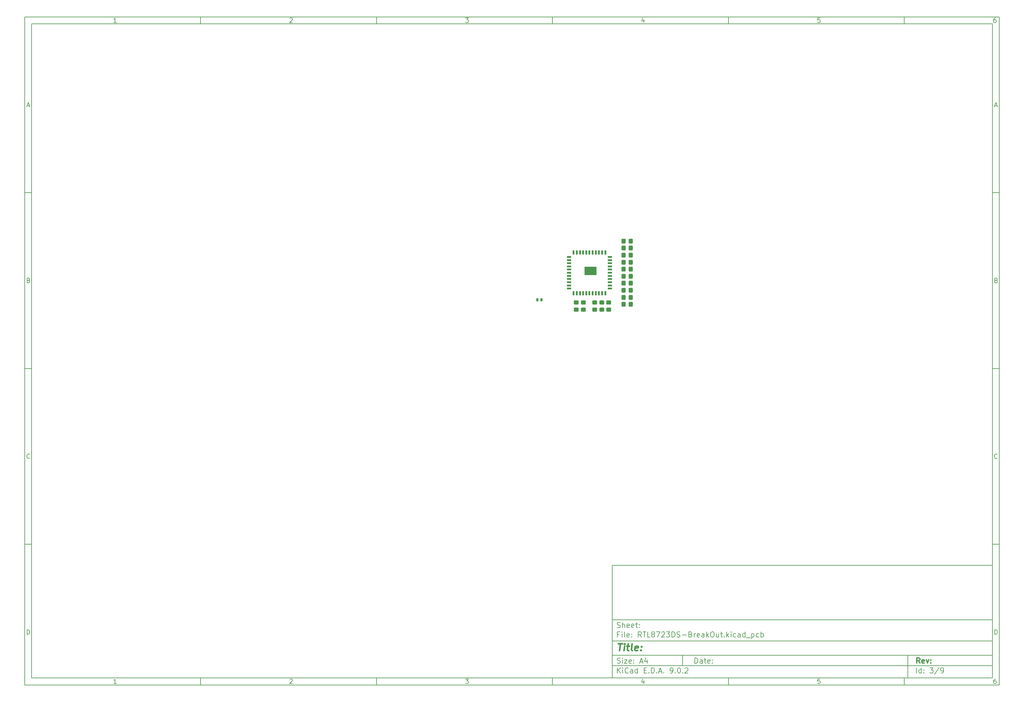
<source format=gtp>
G04 #@! TF.GenerationSoftware,KiCad,Pcbnew,9.0.2*
G04 #@! TF.CreationDate,2025-07-17T00:51:24+08:00*
G04 #@! TF.ProjectId,RTL8723DS-BreakOut,52544c38-3732-4334-9453-2d427265616b,rev?*
G04 #@! TF.SameCoordinates,Original*
G04 #@! TF.FileFunction,Paste,Top*
G04 #@! TF.FilePolarity,Positive*
%FSLAX45Y45*%
G04 Gerber Fmt 4.5, Leading zero omitted, Abs format (unit mm)*
G04 Created by KiCad (PCBNEW 9.0.2) date 2025-07-17 00:51:24*
%MOMM*%
%LPD*%
G01*
G04 APERTURE LIST*
G04 Aperture macros list*
%AMRoundRect*
0 Rectangle with rounded corners*
0 $1 Rounding radius*
0 $2 $3 $4 $5 $6 $7 $8 $9 X,Y pos of 4 corners*
0 Add a 4 corners polygon primitive as box body*
4,1,4,$2,$3,$4,$5,$6,$7,$8,$9,$2,$3,0*
0 Add four circle primitives for the rounded corners*
1,1,$1+$1,$2,$3*
1,1,$1+$1,$4,$5*
1,1,$1+$1,$6,$7*
1,1,$1+$1,$8,$9*
0 Add four rect primitives between the rounded corners*
20,1,$1+$1,$2,$3,$4,$5,0*
20,1,$1+$1,$4,$5,$6,$7,0*
20,1,$1+$1,$6,$7,$8,$9,0*
20,1,$1+$1,$8,$9,$2,$3,0*%
G04 Aperture macros list end*
%ADD10C,0.100000*%
%ADD11C,0.150000*%
%ADD12C,0.300000*%
%ADD13C,0.400000*%
%ADD14RoundRect,0.250000X-0.325000X-0.450000X0.325000X-0.450000X0.325000X0.450000X-0.325000X0.450000X0*%
%ADD15RoundRect,0.250000X0.450000X-0.325000X0.450000X0.325000X-0.450000X0.325000X-0.450000X-0.325000X0*%
%ADD16RoundRect,0.250000X0.325000X0.450000X-0.325000X0.450000X-0.325000X-0.450000X0.325000X-0.450000X0*%
%ADD17RoundRect,0.075000X-0.175000X-0.525000X0.175000X-0.525000X0.175000X0.525000X-0.175000X0.525000X0*%
%ADD18RoundRect,0.075000X-0.525000X-0.175000X0.525000X-0.175000X0.525000X0.175000X-0.525000X0.175000X0*%
%ADD19R,3.360000X2.440000*%
%ADD20RoundRect,0.250000X-0.450000X0.325000X-0.450000X-0.325000X0.450000X-0.325000X0.450000X0.325000X0*%
G04 APERTURE END LIST*
D10*
D11*
X17700220Y-16600720D02*
X28500220Y-16600720D01*
X28500220Y-19800720D01*
X17700220Y-19800720D01*
X17700220Y-16600720D01*
D10*
D11*
X1000000Y-1000000D02*
X28700220Y-1000000D01*
X28700220Y-20000720D01*
X1000000Y-20000720D01*
X1000000Y-1000000D01*
D10*
D11*
X1200000Y-1200000D02*
X28500220Y-1200000D01*
X28500220Y-19800720D01*
X1200000Y-19800720D01*
X1200000Y-1200000D01*
D10*
D11*
X6000000Y-1200000D02*
X6000000Y-1000000D01*
D10*
D11*
X11000000Y-1200000D02*
X11000000Y-1000000D01*
D10*
D11*
X16000000Y-1200000D02*
X16000000Y-1000000D01*
D10*
D11*
X21000000Y-1200000D02*
X21000000Y-1000000D01*
D10*
D11*
X26000000Y-1200000D02*
X26000000Y-1000000D01*
D10*
D11*
X3608916Y-1159360D02*
X3534630Y-1159360D01*
X3571773Y-1159360D02*
X3571773Y-1029360D01*
X3571773Y-1029360D02*
X3559392Y-1047932D01*
X3559392Y-1047932D02*
X3547011Y-1060313D01*
X3547011Y-1060313D02*
X3534630Y-1066503D01*
D10*
D11*
X8534630Y-1041741D02*
X8540821Y-1035551D01*
X8540821Y-1035551D02*
X8553202Y-1029360D01*
X8553202Y-1029360D02*
X8584154Y-1029360D01*
X8584154Y-1029360D02*
X8596535Y-1035551D01*
X8596535Y-1035551D02*
X8602726Y-1041741D01*
X8602726Y-1041741D02*
X8608916Y-1054122D01*
X8608916Y-1054122D02*
X8608916Y-1066503D01*
X8608916Y-1066503D02*
X8602726Y-1085075D01*
X8602726Y-1085075D02*
X8528440Y-1159360D01*
X8528440Y-1159360D02*
X8608916Y-1159360D01*
D10*
D11*
X13528440Y-1029360D02*
X13608916Y-1029360D01*
X13608916Y-1029360D02*
X13565583Y-1078884D01*
X13565583Y-1078884D02*
X13584154Y-1078884D01*
X13584154Y-1078884D02*
X13596535Y-1085075D01*
X13596535Y-1085075D02*
X13602725Y-1091265D01*
X13602725Y-1091265D02*
X13608916Y-1103646D01*
X13608916Y-1103646D02*
X13608916Y-1134599D01*
X13608916Y-1134599D02*
X13602725Y-1146980D01*
X13602725Y-1146980D02*
X13596535Y-1153170D01*
X13596535Y-1153170D02*
X13584154Y-1159360D01*
X13584154Y-1159360D02*
X13547011Y-1159360D01*
X13547011Y-1159360D02*
X13534630Y-1153170D01*
X13534630Y-1153170D02*
X13528440Y-1146980D01*
D10*
D11*
X18596535Y-1072694D02*
X18596535Y-1159360D01*
X18565583Y-1023170D02*
X18534630Y-1116027D01*
X18534630Y-1116027D02*
X18615106Y-1116027D01*
D10*
D11*
X23602725Y-1029360D02*
X23540821Y-1029360D01*
X23540821Y-1029360D02*
X23534630Y-1091265D01*
X23534630Y-1091265D02*
X23540821Y-1085075D01*
X23540821Y-1085075D02*
X23553202Y-1078884D01*
X23553202Y-1078884D02*
X23584154Y-1078884D01*
X23584154Y-1078884D02*
X23596535Y-1085075D01*
X23596535Y-1085075D02*
X23602725Y-1091265D01*
X23602725Y-1091265D02*
X23608916Y-1103646D01*
X23608916Y-1103646D02*
X23608916Y-1134599D01*
X23608916Y-1134599D02*
X23602725Y-1146980D01*
X23602725Y-1146980D02*
X23596535Y-1153170D01*
X23596535Y-1153170D02*
X23584154Y-1159360D01*
X23584154Y-1159360D02*
X23553202Y-1159360D01*
X23553202Y-1159360D02*
X23540821Y-1153170D01*
X23540821Y-1153170D02*
X23534630Y-1146980D01*
D10*
D11*
X28596535Y-1029360D02*
X28571773Y-1029360D01*
X28571773Y-1029360D02*
X28559392Y-1035551D01*
X28559392Y-1035551D02*
X28553202Y-1041741D01*
X28553202Y-1041741D02*
X28540821Y-1060313D01*
X28540821Y-1060313D02*
X28534630Y-1085075D01*
X28534630Y-1085075D02*
X28534630Y-1134599D01*
X28534630Y-1134599D02*
X28540821Y-1146980D01*
X28540821Y-1146980D02*
X28547011Y-1153170D01*
X28547011Y-1153170D02*
X28559392Y-1159360D01*
X28559392Y-1159360D02*
X28584154Y-1159360D01*
X28584154Y-1159360D02*
X28596535Y-1153170D01*
X28596535Y-1153170D02*
X28602725Y-1146980D01*
X28602725Y-1146980D02*
X28608916Y-1134599D01*
X28608916Y-1134599D02*
X28608916Y-1103646D01*
X28608916Y-1103646D02*
X28602725Y-1091265D01*
X28602725Y-1091265D02*
X28596535Y-1085075D01*
X28596535Y-1085075D02*
X28584154Y-1078884D01*
X28584154Y-1078884D02*
X28559392Y-1078884D01*
X28559392Y-1078884D02*
X28547011Y-1085075D01*
X28547011Y-1085075D02*
X28540821Y-1091265D01*
X28540821Y-1091265D02*
X28534630Y-1103646D01*
D10*
D11*
X6000000Y-19800720D02*
X6000000Y-20000720D01*
D10*
D11*
X11000000Y-19800720D02*
X11000000Y-20000720D01*
D10*
D11*
X16000000Y-19800720D02*
X16000000Y-20000720D01*
D10*
D11*
X21000000Y-19800720D02*
X21000000Y-20000720D01*
D10*
D11*
X26000000Y-19800720D02*
X26000000Y-20000720D01*
D10*
D11*
X3608916Y-19960080D02*
X3534630Y-19960080D01*
X3571773Y-19960080D02*
X3571773Y-19830080D01*
X3571773Y-19830080D02*
X3559392Y-19848652D01*
X3559392Y-19848652D02*
X3547011Y-19861033D01*
X3547011Y-19861033D02*
X3534630Y-19867223D01*
D10*
D11*
X8534630Y-19842461D02*
X8540821Y-19836271D01*
X8540821Y-19836271D02*
X8553202Y-19830080D01*
X8553202Y-19830080D02*
X8584154Y-19830080D01*
X8584154Y-19830080D02*
X8596535Y-19836271D01*
X8596535Y-19836271D02*
X8602726Y-19842461D01*
X8602726Y-19842461D02*
X8608916Y-19854842D01*
X8608916Y-19854842D02*
X8608916Y-19867223D01*
X8608916Y-19867223D02*
X8602726Y-19885795D01*
X8602726Y-19885795D02*
X8528440Y-19960080D01*
X8528440Y-19960080D02*
X8608916Y-19960080D01*
D10*
D11*
X13528440Y-19830080D02*
X13608916Y-19830080D01*
X13608916Y-19830080D02*
X13565583Y-19879604D01*
X13565583Y-19879604D02*
X13584154Y-19879604D01*
X13584154Y-19879604D02*
X13596535Y-19885795D01*
X13596535Y-19885795D02*
X13602725Y-19891985D01*
X13602725Y-19891985D02*
X13608916Y-19904366D01*
X13608916Y-19904366D02*
X13608916Y-19935319D01*
X13608916Y-19935319D02*
X13602725Y-19947700D01*
X13602725Y-19947700D02*
X13596535Y-19953890D01*
X13596535Y-19953890D02*
X13584154Y-19960080D01*
X13584154Y-19960080D02*
X13547011Y-19960080D01*
X13547011Y-19960080D02*
X13534630Y-19953890D01*
X13534630Y-19953890D02*
X13528440Y-19947700D01*
D10*
D11*
X18596535Y-19873414D02*
X18596535Y-19960080D01*
X18565583Y-19823890D02*
X18534630Y-19916747D01*
X18534630Y-19916747D02*
X18615106Y-19916747D01*
D10*
D11*
X23602725Y-19830080D02*
X23540821Y-19830080D01*
X23540821Y-19830080D02*
X23534630Y-19891985D01*
X23534630Y-19891985D02*
X23540821Y-19885795D01*
X23540821Y-19885795D02*
X23553202Y-19879604D01*
X23553202Y-19879604D02*
X23584154Y-19879604D01*
X23584154Y-19879604D02*
X23596535Y-19885795D01*
X23596535Y-19885795D02*
X23602725Y-19891985D01*
X23602725Y-19891985D02*
X23608916Y-19904366D01*
X23608916Y-19904366D02*
X23608916Y-19935319D01*
X23608916Y-19935319D02*
X23602725Y-19947700D01*
X23602725Y-19947700D02*
X23596535Y-19953890D01*
X23596535Y-19953890D02*
X23584154Y-19960080D01*
X23584154Y-19960080D02*
X23553202Y-19960080D01*
X23553202Y-19960080D02*
X23540821Y-19953890D01*
X23540821Y-19953890D02*
X23534630Y-19947700D01*
D10*
D11*
X28596535Y-19830080D02*
X28571773Y-19830080D01*
X28571773Y-19830080D02*
X28559392Y-19836271D01*
X28559392Y-19836271D02*
X28553202Y-19842461D01*
X28553202Y-19842461D02*
X28540821Y-19861033D01*
X28540821Y-19861033D02*
X28534630Y-19885795D01*
X28534630Y-19885795D02*
X28534630Y-19935319D01*
X28534630Y-19935319D02*
X28540821Y-19947700D01*
X28540821Y-19947700D02*
X28547011Y-19953890D01*
X28547011Y-19953890D02*
X28559392Y-19960080D01*
X28559392Y-19960080D02*
X28584154Y-19960080D01*
X28584154Y-19960080D02*
X28596535Y-19953890D01*
X28596535Y-19953890D02*
X28602725Y-19947700D01*
X28602725Y-19947700D02*
X28608916Y-19935319D01*
X28608916Y-19935319D02*
X28608916Y-19904366D01*
X28608916Y-19904366D02*
X28602725Y-19891985D01*
X28602725Y-19891985D02*
X28596535Y-19885795D01*
X28596535Y-19885795D02*
X28584154Y-19879604D01*
X28584154Y-19879604D02*
X28559392Y-19879604D01*
X28559392Y-19879604D02*
X28547011Y-19885795D01*
X28547011Y-19885795D02*
X28540821Y-19891985D01*
X28540821Y-19891985D02*
X28534630Y-19904366D01*
D10*
D11*
X1000000Y-6000000D02*
X1200000Y-6000000D01*
D10*
D11*
X1000000Y-11000000D02*
X1200000Y-11000000D01*
D10*
D11*
X1000000Y-16000000D02*
X1200000Y-16000000D01*
D10*
D11*
X1069048Y-3522218D02*
X1130952Y-3522218D01*
X1056667Y-3559360D02*
X1100000Y-3429360D01*
X1100000Y-3429360D02*
X1143333Y-3559360D01*
D10*
D11*
X1109286Y-8491265D02*
X1127857Y-8497456D01*
X1127857Y-8497456D02*
X1134048Y-8503646D01*
X1134048Y-8503646D02*
X1140238Y-8516027D01*
X1140238Y-8516027D02*
X1140238Y-8534599D01*
X1140238Y-8534599D02*
X1134048Y-8546980D01*
X1134048Y-8546980D02*
X1127857Y-8553170D01*
X1127857Y-8553170D02*
X1115476Y-8559360D01*
X1115476Y-8559360D02*
X1065952Y-8559360D01*
X1065952Y-8559360D02*
X1065952Y-8429360D01*
X1065952Y-8429360D02*
X1109286Y-8429360D01*
X1109286Y-8429360D02*
X1121667Y-8435551D01*
X1121667Y-8435551D02*
X1127857Y-8441741D01*
X1127857Y-8441741D02*
X1134048Y-8454122D01*
X1134048Y-8454122D02*
X1134048Y-8466503D01*
X1134048Y-8466503D02*
X1127857Y-8478884D01*
X1127857Y-8478884D02*
X1121667Y-8485075D01*
X1121667Y-8485075D02*
X1109286Y-8491265D01*
X1109286Y-8491265D02*
X1065952Y-8491265D01*
D10*
D11*
X1140238Y-13546979D02*
X1134048Y-13553170D01*
X1134048Y-13553170D02*
X1115476Y-13559360D01*
X1115476Y-13559360D02*
X1103095Y-13559360D01*
X1103095Y-13559360D02*
X1084524Y-13553170D01*
X1084524Y-13553170D02*
X1072143Y-13540789D01*
X1072143Y-13540789D02*
X1065952Y-13528408D01*
X1065952Y-13528408D02*
X1059762Y-13503646D01*
X1059762Y-13503646D02*
X1059762Y-13485075D01*
X1059762Y-13485075D02*
X1065952Y-13460313D01*
X1065952Y-13460313D02*
X1072143Y-13447932D01*
X1072143Y-13447932D02*
X1084524Y-13435551D01*
X1084524Y-13435551D02*
X1103095Y-13429360D01*
X1103095Y-13429360D02*
X1115476Y-13429360D01*
X1115476Y-13429360D02*
X1134048Y-13435551D01*
X1134048Y-13435551D02*
X1140238Y-13441741D01*
D10*
D11*
X1065952Y-18559360D02*
X1065952Y-18429360D01*
X1065952Y-18429360D02*
X1096905Y-18429360D01*
X1096905Y-18429360D02*
X1115476Y-18435551D01*
X1115476Y-18435551D02*
X1127857Y-18447932D01*
X1127857Y-18447932D02*
X1134048Y-18460313D01*
X1134048Y-18460313D02*
X1140238Y-18485075D01*
X1140238Y-18485075D02*
X1140238Y-18503646D01*
X1140238Y-18503646D02*
X1134048Y-18528408D01*
X1134048Y-18528408D02*
X1127857Y-18540789D01*
X1127857Y-18540789D02*
X1115476Y-18553170D01*
X1115476Y-18553170D02*
X1096905Y-18559360D01*
X1096905Y-18559360D02*
X1065952Y-18559360D01*
D10*
D11*
X28700220Y-6000000D02*
X28500220Y-6000000D01*
D10*
D11*
X28700220Y-11000000D02*
X28500220Y-11000000D01*
D10*
D11*
X28700220Y-16000000D02*
X28500220Y-16000000D01*
D10*
D11*
X28569268Y-3522218D02*
X28631172Y-3522218D01*
X28556887Y-3559360D02*
X28600220Y-3429360D01*
X28600220Y-3429360D02*
X28643553Y-3559360D01*
D10*
D11*
X28609506Y-8491265D02*
X28628077Y-8497456D01*
X28628077Y-8497456D02*
X28634268Y-8503646D01*
X28634268Y-8503646D02*
X28640458Y-8516027D01*
X28640458Y-8516027D02*
X28640458Y-8534599D01*
X28640458Y-8534599D02*
X28634268Y-8546980D01*
X28634268Y-8546980D02*
X28628077Y-8553170D01*
X28628077Y-8553170D02*
X28615696Y-8559360D01*
X28615696Y-8559360D02*
X28566172Y-8559360D01*
X28566172Y-8559360D02*
X28566172Y-8429360D01*
X28566172Y-8429360D02*
X28609506Y-8429360D01*
X28609506Y-8429360D02*
X28621887Y-8435551D01*
X28621887Y-8435551D02*
X28628077Y-8441741D01*
X28628077Y-8441741D02*
X28634268Y-8454122D01*
X28634268Y-8454122D02*
X28634268Y-8466503D01*
X28634268Y-8466503D02*
X28628077Y-8478884D01*
X28628077Y-8478884D02*
X28621887Y-8485075D01*
X28621887Y-8485075D02*
X28609506Y-8491265D01*
X28609506Y-8491265D02*
X28566172Y-8491265D01*
D10*
D11*
X28640458Y-13546979D02*
X28634268Y-13553170D01*
X28634268Y-13553170D02*
X28615696Y-13559360D01*
X28615696Y-13559360D02*
X28603315Y-13559360D01*
X28603315Y-13559360D02*
X28584744Y-13553170D01*
X28584744Y-13553170D02*
X28572363Y-13540789D01*
X28572363Y-13540789D02*
X28566172Y-13528408D01*
X28566172Y-13528408D02*
X28559982Y-13503646D01*
X28559982Y-13503646D02*
X28559982Y-13485075D01*
X28559982Y-13485075D02*
X28566172Y-13460313D01*
X28566172Y-13460313D02*
X28572363Y-13447932D01*
X28572363Y-13447932D02*
X28584744Y-13435551D01*
X28584744Y-13435551D02*
X28603315Y-13429360D01*
X28603315Y-13429360D02*
X28615696Y-13429360D01*
X28615696Y-13429360D02*
X28634268Y-13435551D01*
X28634268Y-13435551D02*
X28640458Y-13441741D01*
D10*
D11*
X28566172Y-18559360D02*
X28566172Y-18429360D01*
X28566172Y-18429360D02*
X28597125Y-18429360D01*
X28597125Y-18429360D02*
X28615696Y-18435551D01*
X28615696Y-18435551D02*
X28628077Y-18447932D01*
X28628077Y-18447932D02*
X28634268Y-18460313D01*
X28634268Y-18460313D02*
X28640458Y-18485075D01*
X28640458Y-18485075D02*
X28640458Y-18503646D01*
X28640458Y-18503646D02*
X28634268Y-18528408D01*
X28634268Y-18528408D02*
X28628077Y-18540789D01*
X28628077Y-18540789D02*
X28615696Y-18553170D01*
X28615696Y-18553170D02*
X28597125Y-18559360D01*
X28597125Y-18559360D02*
X28566172Y-18559360D01*
D10*
D11*
X20045803Y-19379333D02*
X20045803Y-19229333D01*
X20045803Y-19229333D02*
X20081517Y-19229333D01*
X20081517Y-19229333D02*
X20102946Y-19236476D01*
X20102946Y-19236476D02*
X20117231Y-19250761D01*
X20117231Y-19250761D02*
X20124374Y-19265047D01*
X20124374Y-19265047D02*
X20131517Y-19293619D01*
X20131517Y-19293619D02*
X20131517Y-19315047D01*
X20131517Y-19315047D02*
X20124374Y-19343619D01*
X20124374Y-19343619D02*
X20117231Y-19357904D01*
X20117231Y-19357904D02*
X20102946Y-19372190D01*
X20102946Y-19372190D02*
X20081517Y-19379333D01*
X20081517Y-19379333D02*
X20045803Y-19379333D01*
X20260088Y-19379333D02*
X20260088Y-19300761D01*
X20260088Y-19300761D02*
X20252946Y-19286476D01*
X20252946Y-19286476D02*
X20238660Y-19279333D01*
X20238660Y-19279333D02*
X20210088Y-19279333D01*
X20210088Y-19279333D02*
X20195803Y-19286476D01*
X20260088Y-19372190D02*
X20245803Y-19379333D01*
X20245803Y-19379333D02*
X20210088Y-19379333D01*
X20210088Y-19379333D02*
X20195803Y-19372190D01*
X20195803Y-19372190D02*
X20188660Y-19357904D01*
X20188660Y-19357904D02*
X20188660Y-19343619D01*
X20188660Y-19343619D02*
X20195803Y-19329333D01*
X20195803Y-19329333D02*
X20210088Y-19322190D01*
X20210088Y-19322190D02*
X20245803Y-19322190D01*
X20245803Y-19322190D02*
X20260088Y-19315047D01*
X20310088Y-19279333D02*
X20367231Y-19279333D01*
X20331517Y-19229333D02*
X20331517Y-19357904D01*
X20331517Y-19357904D02*
X20338660Y-19372190D01*
X20338660Y-19372190D02*
X20352946Y-19379333D01*
X20352946Y-19379333D02*
X20367231Y-19379333D01*
X20474374Y-19372190D02*
X20460088Y-19379333D01*
X20460088Y-19379333D02*
X20431517Y-19379333D01*
X20431517Y-19379333D02*
X20417231Y-19372190D01*
X20417231Y-19372190D02*
X20410088Y-19357904D01*
X20410088Y-19357904D02*
X20410088Y-19300761D01*
X20410088Y-19300761D02*
X20417231Y-19286476D01*
X20417231Y-19286476D02*
X20431517Y-19279333D01*
X20431517Y-19279333D02*
X20460088Y-19279333D01*
X20460088Y-19279333D02*
X20474374Y-19286476D01*
X20474374Y-19286476D02*
X20481517Y-19300761D01*
X20481517Y-19300761D02*
X20481517Y-19315047D01*
X20481517Y-19315047D02*
X20410088Y-19329333D01*
X20545803Y-19365047D02*
X20552946Y-19372190D01*
X20552946Y-19372190D02*
X20545803Y-19379333D01*
X20545803Y-19379333D02*
X20538660Y-19372190D01*
X20538660Y-19372190D02*
X20545803Y-19365047D01*
X20545803Y-19365047D02*
X20545803Y-19379333D01*
X20545803Y-19286476D02*
X20552946Y-19293619D01*
X20552946Y-19293619D02*
X20545803Y-19300761D01*
X20545803Y-19300761D02*
X20538660Y-19293619D01*
X20538660Y-19293619D02*
X20545803Y-19286476D01*
X20545803Y-19286476D02*
X20545803Y-19300761D01*
D10*
D11*
X17700220Y-19450720D02*
X28500220Y-19450720D01*
D10*
D11*
X17845803Y-19659333D02*
X17845803Y-19509333D01*
X17931517Y-19659333D02*
X17867231Y-19573619D01*
X17931517Y-19509333D02*
X17845803Y-19595047D01*
X17995803Y-19659333D02*
X17995803Y-19559333D01*
X17995803Y-19509333D02*
X17988660Y-19516476D01*
X17988660Y-19516476D02*
X17995803Y-19523619D01*
X17995803Y-19523619D02*
X18002946Y-19516476D01*
X18002946Y-19516476D02*
X17995803Y-19509333D01*
X17995803Y-19509333D02*
X17995803Y-19523619D01*
X18152946Y-19645047D02*
X18145803Y-19652190D01*
X18145803Y-19652190D02*
X18124374Y-19659333D01*
X18124374Y-19659333D02*
X18110088Y-19659333D01*
X18110088Y-19659333D02*
X18088660Y-19652190D01*
X18088660Y-19652190D02*
X18074374Y-19637904D01*
X18074374Y-19637904D02*
X18067231Y-19623619D01*
X18067231Y-19623619D02*
X18060088Y-19595047D01*
X18060088Y-19595047D02*
X18060088Y-19573619D01*
X18060088Y-19573619D02*
X18067231Y-19545047D01*
X18067231Y-19545047D02*
X18074374Y-19530761D01*
X18074374Y-19530761D02*
X18088660Y-19516476D01*
X18088660Y-19516476D02*
X18110088Y-19509333D01*
X18110088Y-19509333D02*
X18124374Y-19509333D01*
X18124374Y-19509333D02*
X18145803Y-19516476D01*
X18145803Y-19516476D02*
X18152946Y-19523619D01*
X18281517Y-19659333D02*
X18281517Y-19580761D01*
X18281517Y-19580761D02*
X18274374Y-19566476D01*
X18274374Y-19566476D02*
X18260088Y-19559333D01*
X18260088Y-19559333D02*
X18231517Y-19559333D01*
X18231517Y-19559333D02*
X18217231Y-19566476D01*
X18281517Y-19652190D02*
X18267231Y-19659333D01*
X18267231Y-19659333D02*
X18231517Y-19659333D01*
X18231517Y-19659333D02*
X18217231Y-19652190D01*
X18217231Y-19652190D02*
X18210088Y-19637904D01*
X18210088Y-19637904D02*
X18210088Y-19623619D01*
X18210088Y-19623619D02*
X18217231Y-19609333D01*
X18217231Y-19609333D02*
X18231517Y-19602190D01*
X18231517Y-19602190D02*
X18267231Y-19602190D01*
X18267231Y-19602190D02*
X18281517Y-19595047D01*
X18417231Y-19659333D02*
X18417231Y-19509333D01*
X18417231Y-19652190D02*
X18402946Y-19659333D01*
X18402946Y-19659333D02*
X18374374Y-19659333D01*
X18374374Y-19659333D02*
X18360088Y-19652190D01*
X18360088Y-19652190D02*
X18352946Y-19645047D01*
X18352946Y-19645047D02*
X18345803Y-19630761D01*
X18345803Y-19630761D02*
X18345803Y-19587904D01*
X18345803Y-19587904D02*
X18352946Y-19573619D01*
X18352946Y-19573619D02*
X18360088Y-19566476D01*
X18360088Y-19566476D02*
X18374374Y-19559333D01*
X18374374Y-19559333D02*
X18402946Y-19559333D01*
X18402946Y-19559333D02*
X18417231Y-19566476D01*
X18602946Y-19580761D02*
X18652946Y-19580761D01*
X18674374Y-19659333D02*
X18602946Y-19659333D01*
X18602946Y-19659333D02*
X18602946Y-19509333D01*
X18602946Y-19509333D02*
X18674374Y-19509333D01*
X18738660Y-19645047D02*
X18745803Y-19652190D01*
X18745803Y-19652190D02*
X18738660Y-19659333D01*
X18738660Y-19659333D02*
X18731517Y-19652190D01*
X18731517Y-19652190D02*
X18738660Y-19645047D01*
X18738660Y-19645047D02*
X18738660Y-19659333D01*
X18810088Y-19659333D02*
X18810088Y-19509333D01*
X18810088Y-19509333D02*
X18845803Y-19509333D01*
X18845803Y-19509333D02*
X18867231Y-19516476D01*
X18867231Y-19516476D02*
X18881517Y-19530761D01*
X18881517Y-19530761D02*
X18888660Y-19545047D01*
X18888660Y-19545047D02*
X18895803Y-19573619D01*
X18895803Y-19573619D02*
X18895803Y-19595047D01*
X18895803Y-19595047D02*
X18888660Y-19623619D01*
X18888660Y-19623619D02*
X18881517Y-19637904D01*
X18881517Y-19637904D02*
X18867231Y-19652190D01*
X18867231Y-19652190D02*
X18845803Y-19659333D01*
X18845803Y-19659333D02*
X18810088Y-19659333D01*
X18960088Y-19645047D02*
X18967231Y-19652190D01*
X18967231Y-19652190D02*
X18960088Y-19659333D01*
X18960088Y-19659333D02*
X18952946Y-19652190D01*
X18952946Y-19652190D02*
X18960088Y-19645047D01*
X18960088Y-19645047D02*
X18960088Y-19659333D01*
X19024374Y-19616476D02*
X19095803Y-19616476D01*
X19010089Y-19659333D02*
X19060089Y-19509333D01*
X19060089Y-19509333D02*
X19110089Y-19659333D01*
X19160088Y-19645047D02*
X19167231Y-19652190D01*
X19167231Y-19652190D02*
X19160088Y-19659333D01*
X19160088Y-19659333D02*
X19152946Y-19652190D01*
X19152946Y-19652190D02*
X19160088Y-19645047D01*
X19160088Y-19645047D02*
X19160088Y-19659333D01*
X19352946Y-19659333D02*
X19381517Y-19659333D01*
X19381517Y-19659333D02*
X19395803Y-19652190D01*
X19395803Y-19652190D02*
X19402946Y-19645047D01*
X19402946Y-19645047D02*
X19417231Y-19623619D01*
X19417231Y-19623619D02*
X19424374Y-19595047D01*
X19424374Y-19595047D02*
X19424374Y-19537904D01*
X19424374Y-19537904D02*
X19417231Y-19523619D01*
X19417231Y-19523619D02*
X19410089Y-19516476D01*
X19410089Y-19516476D02*
X19395803Y-19509333D01*
X19395803Y-19509333D02*
X19367231Y-19509333D01*
X19367231Y-19509333D02*
X19352946Y-19516476D01*
X19352946Y-19516476D02*
X19345803Y-19523619D01*
X19345803Y-19523619D02*
X19338660Y-19537904D01*
X19338660Y-19537904D02*
X19338660Y-19573619D01*
X19338660Y-19573619D02*
X19345803Y-19587904D01*
X19345803Y-19587904D02*
X19352946Y-19595047D01*
X19352946Y-19595047D02*
X19367231Y-19602190D01*
X19367231Y-19602190D02*
X19395803Y-19602190D01*
X19395803Y-19602190D02*
X19410089Y-19595047D01*
X19410089Y-19595047D02*
X19417231Y-19587904D01*
X19417231Y-19587904D02*
X19424374Y-19573619D01*
X19488660Y-19645047D02*
X19495803Y-19652190D01*
X19495803Y-19652190D02*
X19488660Y-19659333D01*
X19488660Y-19659333D02*
X19481517Y-19652190D01*
X19481517Y-19652190D02*
X19488660Y-19645047D01*
X19488660Y-19645047D02*
X19488660Y-19659333D01*
X19588660Y-19509333D02*
X19602946Y-19509333D01*
X19602946Y-19509333D02*
X19617231Y-19516476D01*
X19617231Y-19516476D02*
X19624374Y-19523619D01*
X19624374Y-19523619D02*
X19631517Y-19537904D01*
X19631517Y-19537904D02*
X19638660Y-19566476D01*
X19638660Y-19566476D02*
X19638660Y-19602190D01*
X19638660Y-19602190D02*
X19631517Y-19630761D01*
X19631517Y-19630761D02*
X19624374Y-19645047D01*
X19624374Y-19645047D02*
X19617231Y-19652190D01*
X19617231Y-19652190D02*
X19602946Y-19659333D01*
X19602946Y-19659333D02*
X19588660Y-19659333D01*
X19588660Y-19659333D02*
X19574374Y-19652190D01*
X19574374Y-19652190D02*
X19567231Y-19645047D01*
X19567231Y-19645047D02*
X19560088Y-19630761D01*
X19560088Y-19630761D02*
X19552946Y-19602190D01*
X19552946Y-19602190D02*
X19552946Y-19566476D01*
X19552946Y-19566476D02*
X19560088Y-19537904D01*
X19560088Y-19537904D02*
X19567231Y-19523619D01*
X19567231Y-19523619D02*
X19574374Y-19516476D01*
X19574374Y-19516476D02*
X19588660Y-19509333D01*
X19702946Y-19645047D02*
X19710088Y-19652190D01*
X19710088Y-19652190D02*
X19702946Y-19659333D01*
X19702946Y-19659333D02*
X19695803Y-19652190D01*
X19695803Y-19652190D02*
X19702946Y-19645047D01*
X19702946Y-19645047D02*
X19702946Y-19659333D01*
X19767231Y-19523619D02*
X19774374Y-19516476D01*
X19774374Y-19516476D02*
X19788660Y-19509333D01*
X19788660Y-19509333D02*
X19824374Y-19509333D01*
X19824374Y-19509333D02*
X19838660Y-19516476D01*
X19838660Y-19516476D02*
X19845803Y-19523619D01*
X19845803Y-19523619D02*
X19852946Y-19537904D01*
X19852946Y-19537904D02*
X19852946Y-19552190D01*
X19852946Y-19552190D02*
X19845803Y-19573619D01*
X19845803Y-19573619D02*
X19760088Y-19659333D01*
X19760088Y-19659333D02*
X19852946Y-19659333D01*
D10*
D11*
X17700220Y-19150720D02*
X28500220Y-19150720D01*
D10*
D12*
X26441385Y-19378553D02*
X26391385Y-19307124D01*
X26355671Y-19378553D02*
X26355671Y-19228553D01*
X26355671Y-19228553D02*
X26412814Y-19228553D01*
X26412814Y-19228553D02*
X26427100Y-19235696D01*
X26427100Y-19235696D02*
X26434242Y-19242839D01*
X26434242Y-19242839D02*
X26441385Y-19257124D01*
X26441385Y-19257124D02*
X26441385Y-19278553D01*
X26441385Y-19278553D02*
X26434242Y-19292839D01*
X26434242Y-19292839D02*
X26427100Y-19299981D01*
X26427100Y-19299981D02*
X26412814Y-19307124D01*
X26412814Y-19307124D02*
X26355671Y-19307124D01*
X26562814Y-19371410D02*
X26548528Y-19378553D01*
X26548528Y-19378553D02*
X26519957Y-19378553D01*
X26519957Y-19378553D02*
X26505671Y-19371410D01*
X26505671Y-19371410D02*
X26498528Y-19357124D01*
X26498528Y-19357124D02*
X26498528Y-19299981D01*
X26498528Y-19299981D02*
X26505671Y-19285696D01*
X26505671Y-19285696D02*
X26519957Y-19278553D01*
X26519957Y-19278553D02*
X26548528Y-19278553D01*
X26548528Y-19278553D02*
X26562814Y-19285696D01*
X26562814Y-19285696D02*
X26569957Y-19299981D01*
X26569957Y-19299981D02*
X26569957Y-19314267D01*
X26569957Y-19314267D02*
X26498528Y-19328553D01*
X26619957Y-19278553D02*
X26655671Y-19378553D01*
X26655671Y-19378553D02*
X26691385Y-19278553D01*
X26748528Y-19364267D02*
X26755671Y-19371410D01*
X26755671Y-19371410D02*
X26748528Y-19378553D01*
X26748528Y-19378553D02*
X26741385Y-19371410D01*
X26741385Y-19371410D02*
X26748528Y-19364267D01*
X26748528Y-19364267D02*
X26748528Y-19378553D01*
X26748528Y-19285696D02*
X26755671Y-19292839D01*
X26755671Y-19292839D02*
X26748528Y-19299981D01*
X26748528Y-19299981D02*
X26741385Y-19292839D01*
X26741385Y-19292839D02*
X26748528Y-19285696D01*
X26748528Y-19285696D02*
X26748528Y-19299981D01*
D10*
D11*
X17838660Y-19372190D02*
X17860088Y-19379333D01*
X17860088Y-19379333D02*
X17895803Y-19379333D01*
X17895803Y-19379333D02*
X17910088Y-19372190D01*
X17910088Y-19372190D02*
X17917231Y-19365047D01*
X17917231Y-19365047D02*
X17924374Y-19350761D01*
X17924374Y-19350761D02*
X17924374Y-19336476D01*
X17924374Y-19336476D02*
X17917231Y-19322190D01*
X17917231Y-19322190D02*
X17910088Y-19315047D01*
X17910088Y-19315047D02*
X17895803Y-19307904D01*
X17895803Y-19307904D02*
X17867231Y-19300761D01*
X17867231Y-19300761D02*
X17852946Y-19293619D01*
X17852946Y-19293619D02*
X17845803Y-19286476D01*
X17845803Y-19286476D02*
X17838660Y-19272190D01*
X17838660Y-19272190D02*
X17838660Y-19257904D01*
X17838660Y-19257904D02*
X17845803Y-19243619D01*
X17845803Y-19243619D02*
X17852946Y-19236476D01*
X17852946Y-19236476D02*
X17867231Y-19229333D01*
X17867231Y-19229333D02*
X17902946Y-19229333D01*
X17902946Y-19229333D02*
X17924374Y-19236476D01*
X17988660Y-19379333D02*
X17988660Y-19279333D01*
X17988660Y-19229333D02*
X17981517Y-19236476D01*
X17981517Y-19236476D02*
X17988660Y-19243619D01*
X17988660Y-19243619D02*
X17995803Y-19236476D01*
X17995803Y-19236476D02*
X17988660Y-19229333D01*
X17988660Y-19229333D02*
X17988660Y-19243619D01*
X18045803Y-19279333D02*
X18124374Y-19279333D01*
X18124374Y-19279333D02*
X18045803Y-19379333D01*
X18045803Y-19379333D02*
X18124374Y-19379333D01*
X18238660Y-19372190D02*
X18224374Y-19379333D01*
X18224374Y-19379333D02*
X18195803Y-19379333D01*
X18195803Y-19379333D02*
X18181517Y-19372190D01*
X18181517Y-19372190D02*
X18174374Y-19357904D01*
X18174374Y-19357904D02*
X18174374Y-19300761D01*
X18174374Y-19300761D02*
X18181517Y-19286476D01*
X18181517Y-19286476D02*
X18195803Y-19279333D01*
X18195803Y-19279333D02*
X18224374Y-19279333D01*
X18224374Y-19279333D02*
X18238660Y-19286476D01*
X18238660Y-19286476D02*
X18245803Y-19300761D01*
X18245803Y-19300761D02*
X18245803Y-19315047D01*
X18245803Y-19315047D02*
X18174374Y-19329333D01*
X18310088Y-19365047D02*
X18317231Y-19372190D01*
X18317231Y-19372190D02*
X18310088Y-19379333D01*
X18310088Y-19379333D02*
X18302946Y-19372190D01*
X18302946Y-19372190D02*
X18310088Y-19365047D01*
X18310088Y-19365047D02*
X18310088Y-19379333D01*
X18310088Y-19286476D02*
X18317231Y-19293619D01*
X18317231Y-19293619D02*
X18310088Y-19300761D01*
X18310088Y-19300761D02*
X18302946Y-19293619D01*
X18302946Y-19293619D02*
X18310088Y-19286476D01*
X18310088Y-19286476D02*
X18310088Y-19300761D01*
X18488660Y-19336476D02*
X18560088Y-19336476D01*
X18474374Y-19379333D02*
X18524374Y-19229333D01*
X18524374Y-19229333D02*
X18574374Y-19379333D01*
X18688660Y-19279333D02*
X18688660Y-19379333D01*
X18652946Y-19222190D02*
X18617231Y-19329333D01*
X18617231Y-19329333D02*
X18710088Y-19329333D01*
D10*
D11*
X26345803Y-19659333D02*
X26345803Y-19509333D01*
X26481517Y-19659333D02*
X26481517Y-19509333D01*
X26481517Y-19652190D02*
X26467231Y-19659333D01*
X26467231Y-19659333D02*
X26438660Y-19659333D01*
X26438660Y-19659333D02*
X26424374Y-19652190D01*
X26424374Y-19652190D02*
X26417231Y-19645047D01*
X26417231Y-19645047D02*
X26410088Y-19630761D01*
X26410088Y-19630761D02*
X26410088Y-19587904D01*
X26410088Y-19587904D02*
X26417231Y-19573619D01*
X26417231Y-19573619D02*
X26424374Y-19566476D01*
X26424374Y-19566476D02*
X26438660Y-19559333D01*
X26438660Y-19559333D02*
X26467231Y-19559333D01*
X26467231Y-19559333D02*
X26481517Y-19566476D01*
X26552945Y-19645047D02*
X26560088Y-19652190D01*
X26560088Y-19652190D02*
X26552945Y-19659333D01*
X26552945Y-19659333D02*
X26545803Y-19652190D01*
X26545803Y-19652190D02*
X26552945Y-19645047D01*
X26552945Y-19645047D02*
X26552945Y-19659333D01*
X26552945Y-19566476D02*
X26560088Y-19573619D01*
X26560088Y-19573619D02*
X26552945Y-19580761D01*
X26552945Y-19580761D02*
X26545803Y-19573619D01*
X26545803Y-19573619D02*
X26552945Y-19566476D01*
X26552945Y-19566476D02*
X26552945Y-19580761D01*
X26724374Y-19509333D02*
X26817231Y-19509333D01*
X26817231Y-19509333D02*
X26767231Y-19566476D01*
X26767231Y-19566476D02*
X26788660Y-19566476D01*
X26788660Y-19566476D02*
X26802946Y-19573619D01*
X26802946Y-19573619D02*
X26810088Y-19580761D01*
X26810088Y-19580761D02*
X26817231Y-19595047D01*
X26817231Y-19595047D02*
X26817231Y-19630761D01*
X26817231Y-19630761D02*
X26810088Y-19645047D01*
X26810088Y-19645047D02*
X26802946Y-19652190D01*
X26802946Y-19652190D02*
X26788660Y-19659333D01*
X26788660Y-19659333D02*
X26745803Y-19659333D01*
X26745803Y-19659333D02*
X26731517Y-19652190D01*
X26731517Y-19652190D02*
X26724374Y-19645047D01*
X26988660Y-19502190D02*
X26860088Y-19695047D01*
X27045803Y-19659333D02*
X27074374Y-19659333D01*
X27074374Y-19659333D02*
X27088660Y-19652190D01*
X27088660Y-19652190D02*
X27095803Y-19645047D01*
X27095803Y-19645047D02*
X27110088Y-19623619D01*
X27110088Y-19623619D02*
X27117231Y-19595047D01*
X27117231Y-19595047D02*
X27117231Y-19537904D01*
X27117231Y-19537904D02*
X27110088Y-19523619D01*
X27110088Y-19523619D02*
X27102946Y-19516476D01*
X27102946Y-19516476D02*
X27088660Y-19509333D01*
X27088660Y-19509333D02*
X27060088Y-19509333D01*
X27060088Y-19509333D02*
X27045803Y-19516476D01*
X27045803Y-19516476D02*
X27038660Y-19523619D01*
X27038660Y-19523619D02*
X27031517Y-19537904D01*
X27031517Y-19537904D02*
X27031517Y-19573619D01*
X27031517Y-19573619D02*
X27038660Y-19587904D01*
X27038660Y-19587904D02*
X27045803Y-19595047D01*
X27045803Y-19595047D02*
X27060088Y-19602190D01*
X27060088Y-19602190D02*
X27088660Y-19602190D01*
X27088660Y-19602190D02*
X27102946Y-19595047D01*
X27102946Y-19595047D02*
X27110088Y-19587904D01*
X27110088Y-19587904D02*
X27117231Y-19573619D01*
D10*
D11*
X17700220Y-18750720D02*
X28500220Y-18750720D01*
D10*
D13*
X17869393Y-18821164D02*
X17983679Y-18821164D01*
X17901536Y-19021164D02*
X17926536Y-18821164D01*
X18025345Y-19021164D02*
X18042012Y-18887830D01*
X18050345Y-18821164D02*
X18039631Y-18830688D01*
X18039631Y-18830688D02*
X18047964Y-18840211D01*
X18047964Y-18840211D02*
X18058679Y-18830688D01*
X18058679Y-18830688D02*
X18050345Y-18821164D01*
X18050345Y-18821164D02*
X18047964Y-18840211D01*
X18108679Y-18887830D02*
X18184869Y-18887830D01*
X18145583Y-18821164D02*
X18124155Y-18992592D01*
X18124155Y-18992592D02*
X18131298Y-19011640D01*
X18131298Y-19011640D02*
X18149155Y-19021164D01*
X18149155Y-19021164D02*
X18168202Y-19021164D01*
X18263441Y-19021164D02*
X18245583Y-19011640D01*
X18245583Y-19011640D02*
X18238441Y-18992592D01*
X18238441Y-18992592D02*
X18259869Y-18821164D01*
X18417012Y-19011640D02*
X18396774Y-19021164D01*
X18396774Y-19021164D02*
X18358679Y-19021164D01*
X18358679Y-19021164D02*
X18340821Y-19011640D01*
X18340821Y-19011640D02*
X18333679Y-18992592D01*
X18333679Y-18992592D02*
X18343202Y-18916402D01*
X18343202Y-18916402D02*
X18355107Y-18897354D01*
X18355107Y-18897354D02*
X18375345Y-18887830D01*
X18375345Y-18887830D02*
X18413440Y-18887830D01*
X18413440Y-18887830D02*
X18431298Y-18897354D01*
X18431298Y-18897354D02*
X18438440Y-18916402D01*
X18438440Y-18916402D02*
X18436060Y-18935450D01*
X18436060Y-18935450D02*
X18338440Y-18954497D01*
X18513441Y-19002116D02*
X18521774Y-19011640D01*
X18521774Y-19011640D02*
X18511060Y-19021164D01*
X18511060Y-19021164D02*
X18502726Y-19011640D01*
X18502726Y-19011640D02*
X18513441Y-19002116D01*
X18513441Y-19002116D02*
X18511060Y-19021164D01*
X18526536Y-18897354D02*
X18534869Y-18906878D01*
X18534869Y-18906878D02*
X18524155Y-18916402D01*
X18524155Y-18916402D02*
X18515821Y-18906878D01*
X18515821Y-18906878D02*
X18526536Y-18897354D01*
X18526536Y-18897354D02*
X18524155Y-18916402D01*
D10*
D11*
X17895803Y-18560761D02*
X17845803Y-18560761D01*
X17845803Y-18639333D02*
X17845803Y-18489333D01*
X17845803Y-18489333D02*
X17917231Y-18489333D01*
X17974374Y-18639333D02*
X17974374Y-18539333D01*
X17974374Y-18489333D02*
X17967231Y-18496476D01*
X17967231Y-18496476D02*
X17974374Y-18503619D01*
X17974374Y-18503619D02*
X17981517Y-18496476D01*
X17981517Y-18496476D02*
X17974374Y-18489333D01*
X17974374Y-18489333D02*
X17974374Y-18503619D01*
X18067231Y-18639333D02*
X18052946Y-18632190D01*
X18052946Y-18632190D02*
X18045803Y-18617904D01*
X18045803Y-18617904D02*
X18045803Y-18489333D01*
X18181517Y-18632190D02*
X18167231Y-18639333D01*
X18167231Y-18639333D02*
X18138660Y-18639333D01*
X18138660Y-18639333D02*
X18124374Y-18632190D01*
X18124374Y-18632190D02*
X18117231Y-18617904D01*
X18117231Y-18617904D02*
X18117231Y-18560761D01*
X18117231Y-18560761D02*
X18124374Y-18546476D01*
X18124374Y-18546476D02*
X18138660Y-18539333D01*
X18138660Y-18539333D02*
X18167231Y-18539333D01*
X18167231Y-18539333D02*
X18181517Y-18546476D01*
X18181517Y-18546476D02*
X18188660Y-18560761D01*
X18188660Y-18560761D02*
X18188660Y-18575047D01*
X18188660Y-18575047D02*
X18117231Y-18589333D01*
X18252945Y-18625047D02*
X18260088Y-18632190D01*
X18260088Y-18632190D02*
X18252945Y-18639333D01*
X18252945Y-18639333D02*
X18245803Y-18632190D01*
X18245803Y-18632190D02*
X18252945Y-18625047D01*
X18252945Y-18625047D02*
X18252945Y-18639333D01*
X18252945Y-18546476D02*
X18260088Y-18553619D01*
X18260088Y-18553619D02*
X18252945Y-18560761D01*
X18252945Y-18560761D02*
X18245803Y-18553619D01*
X18245803Y-18553619D02*
X18252945Y-18546476D01*
X18252945Y-18546476D02*
X18252945Y-18560761D01*
X18524374Y-18639333D02*
X18474374Y-18567904D01*
X18438660Y-18639333D02*
X18438660Y-18489333D01*
X18438660Y-18489333D02*
X18495803Y-18489333D01*
X18495803Y-18489333D02*
X18510088Y-18496476D01*
X18510088Y-18496476D02*
X18517231Y-18503619D01*
X18517231Y-18503619D02*
X18524374Y-18517904D01*
X18524374Y-18517904D02*
X18524374Y-18539333D01*
X18524374Y-18539333D02*
X18517231Y-18553619D01*
X18517231Y-18553619D02*
X18510088Y-18560761D01*
X18510088Y-18560761D02*
X18495803Y-18567904D01*
X18495803Y-18567904D02*
X18438660Y-18567904D01*
X18567231Y-18489333D02*
X18652946Y-18489333D01*
X18610088Y-18639333D02*
X18610088Y-18489333D01*
X18774374Y-18639333D02*
X18702945Y-18639333D01*
X18702945Y-18639333D02*
X18702945Y-18489333D01*
X18845803Y-18553619D02*
X18831517Y-18546476D01*
X18831517Y-18546476D02*
X18824374Y-18539333D01*
X18824374Y-18539333D02*
X18817231Y-18525047D01*
X18817231Y-18525047D02*
X18817231Y-18517904D01*
X18817231Y-18517904D02*
X18824374Y-18503619D01*
X18824374Y-18503619D02*
X18831517Y-18496476D01*
X18831517Y-18496476D02*
X18845803Y-18489333D01*
X18845803Y-18489333D02*
X18874374Y-18489333D01*
X18874374Y-18489333D02*
X18888660Y-18496476D01*
X18888660Y-18496476D02*
X18895803Y-18503619D01*
X18895803Y-18503619D02*
X18902946Y-18517904D01*
X18902946Y-18517904D02*
X18902946Y-18525047D01*
X18902946Y-18525047D02*
X18895803Y-18539333D01*
X18895803Y-18539333D02*
X18888660Y-18546476D01*
X18888660Y-18546476D02*
X18874374Y-18553619D01*
X18874374Y-18553619D02*
X18845803Y-18553619D01*
X18845803Y-18553619D02*
X18831517Y-18560761D01*
X18831517Y-18560761D02*
X18824374Y-18567904D01*
X18824374Y-18567904D02*
X18817231Y-18582190D01*
X18817231Y-18582190D02*
X18817231Y-18610761D01*
X18817231Y-18610761D02*
X18824374Y-18625047D01*
X18824374Y-18625047D02*
X18831517Y-18632190D01*
X18831517Y-18632190D02*
X18845803Y-18639333D01*
X18845803Y-18639333D02*
X18874374Y-18639333D01*
X18874374Y-18639333D02*
X18888660Y-18632190D01*
X18888660Y-18632190D02*
X18895803Y-18625047D01*
X18895803Y-18625047D02*
X18902946Y-18610761D01*
X18902946Y-18610761D02*
X18902946Y-18582190D01*
X18902946Y-18582190D02*
X18895803Y-18567904D01*
X18895803Y-18567904D02*
X18888660Y-18560761D01*
X18888660Y-18560761D02*
X18874374Y-18553619D01*
X18952945Y-18489333D02*
X19052945Y-18489333D01*
X19052945Y-18489333D02*
X18988660Y-18639333D01*
X19102945Y-18503619D02*
X19110088Y-18496476D01*
X19110088Y-18496476D02*
X19124374Y-18489333D01*
X19124374Y-18489333D02*
X19160088Y-18489333D01*
X19160088Y-18489333D02*
X19174374Y-18496476D01*
X19174374Y-18496476D02*
X19181517Y-18503619D01*
X19181517Y-18503619D02*
X19188660Y-18517904D01*
X19188660Y-18517904D02*
X19188660Y-18532190D01*
X19188660Y-18532190D02*
X19181517Y-18553619D01*
X19181517Y-18553619D02*
X19095803Y-18639333D01*
X19095803Y-18639333D02*
X19188660Y-18639333D01*
X19238660Y-18489333D02*
X19331517Y-18489333D01*
X19331517Y-18489333D02*
X19281517Y-18546476D01*
X19281517Y-18546476D02*
X19302945Y-18546476D01*
X19302945Y-18546476D02*
X19317231Y-18553619D01*
X19317231Y-18553619D02*
X19324374Y-18560761D01*
X19324374Y-18560761D02*
X19331517Y-18575047D01*
X19331517Y-18575047D02*
X19331517Y-18610761D01*
X19331517Y-18610761D02*
X19324374Y-18625047D01*
X19324374Y-18625047D02*
X19317231Y-18632190D01*
X19317231Y-18632190D02*
X19302945Y-18639333D01*
X19302945Y-18639333D02*
X19260088Y-18639333D01*
X19260088Y-18639333D02*
X19245803Y-18632190D01*
X19245803Y-18632190D02*
X19238660Y-18625047D01*
X19395802Y-18639333D02*
X19395802Y-18489333D01*
X19395802Y-18489333D02*
X19431517Y-18489333D01*
X19431517Y-18489333D02*
X19452945Y-18496476D01*
X19452945Y-18496476D02*
X19467231Y-18510761D01*
X19467231Y-18510761D02*
X19474374Y-18525047D01*
X19474374Y-18525047D02*
X19481517Y-18553619D01*
X19481517Y-18553619D02*
X19481517Y-18575047D01*
X19481517Y-18575047D02*
X19474374Y-18603619D01*
X19474374Y-18603619D02*
X19467231Y-18617904D01*
X19467231Y-18617904D02*
X19452945Y-18632190D01*
X19452945Y-18632190D02*
X19431517Y-18639333D01*
X19431517Y-18639333D02*
X19395802Y-18639333D01*
X19538660Y-18632190D02*
X19560088Y-18639333D01*
X19560088Y-18639333D02*
X19595802Y-18639333D01*
X19595802Y-18639333D02*
X19610088Y-18632190D01*
X19610088Y-18632190D02*
X19617231Y-18625047D01*
X19617231Y-18625047D02*
X19624374Y-18610761D01*
X19624374Y-18610761D02*
X19624374Y-18596476D01*
X19624374Y-18596476D02*
X19617231Y-18582190D01*
X19617231Y-18582190D02*
X19610088Y-18575047D01*
X19610088Y-18575047D02*
X19595802Y-18567904D01*
X19595802Y-18567904D02*
X19567231Y-18560761D01*
X19567231Y-18560761D02*
X19552945Y-18553619D01*
X19552945Y-18553619D02*
X19545802Y-18546476D01*
X19545802Y-18546476D02*
X19538660Y-18532190D01*
X19538660Y-18532190D02*
X19538660Y-18517904D01*
X19538660Y-18517904D02*
X19545802Y-18503619D01*
X19545802Y-18503619D02*
X19552945Y-18496476D01*
X19552945Y-18496476D02*
X19567231Y-18489333D01*
X19567231Y-18489333D02*
X19602945Y-18489333D01*
X19602945Y-18489333D02*
X19624374Y-18496476D01*
X19688660Y-18582190D02*
X19802945Y-18582190D01*
X19924374Y-18560761D02*
X19945802Y-18567904D01*
X19945802Y-18567904D02*
X19952945Y-18575047D01*
X19952945Y-18575047D02*
X19960088Y-18589333D01*
X19960088Y-18589333D02*
X19960088Y-18610761D01*
X19960088Y-18610761D02*
X19952945Y-18625047D01*
X19952945Y-18625047D02*
X19945802Y-18632190D01*
X19945802Y-18632190D02*
X19931517Y-18639333D01*
X19931517Y-18639333D02*
X19874374Y-18639333D01*
X19874374Y-18639333D02*
X19874374Y-18489333D01*
X19874374Y-18489333D02*
X19924374Y-18489333D01*
X19924374Y-18489333D02*
X19938660Y-18496476D01*
X19938660Y-18496476D02*
X19945802Y-18503619D01*
X19945802Y-18503619D02*
X19952945Y-18517904D01*
X19952945Y-18517904D02*
X19952945Y-18532190D01*
X19952945Y-18532190D02*
X19945802Y-18546476D01*
X19945802Y-18546476D02*
X19938660Y-18553619D01*
X19938660Y-18553619D02*
X19924374Y-18560761D01*
X19924374Y-18560761D02*
X19874374Y-18560761D01*
X20024374Y-18639333D02*
X20024374Y-18539333D01*
X20024374Y-18567904D02*
X20031517Y-18553619D01*
X20031517Y-18553619D02*
X20038660Y-18546476D01*
X20038660Y-18546476D02*
X20052945Y-18539333D01*
X20052945Y-18539333D02*
X20067231Y-18539333D01*
X20174374Y-18632190D02*
X20160088Y-18639333D01*
X20160088Y-18639333D02*
X20131517Y-18639333D01*
X20131517Y-18639333D02*
X20117231Y-18632190D01*
X20117231Y-18632190D02*
X20110088Y-18617904D01*
X20110088Y-18617904D02*
X20110088Y-18560761D01*
X20110088Y-18560761D02*
X20117231Y-18546476D01*
X20117231Y-18546476D02*
X20131517Y-18539333D01*
X20131517Y-18539333D02*
X20160088Y-18539333D01*
X20160088Y-18539333D02*
X20174374Y-18546476D01*
X20174374Y-18546476D02*
X20181517Y-18560761D01*
X20181517Y-18560761D02*
X20181517Y-18575047D01*
X20181517Y-18575047D02*
X20110088Y-18589333D01*
X20310088Y-18639333D02*
X20310088Y-18560761D01*
X20310088Y-18560761D02*
X20302945Y-18546476D01*
X20302945Y-18546476D02*
X20288660Y-18539333D01*
X20288660Y-18539333D02*
X20260088Y-18539333D01*
X20260088Y-18539333D02*
X20245802Y-18546476D01*
X20310088Y-18632190D02*
X20295802Y-18639333D01*
X20295802Y-18639333D02*
X20260088Y-18639333D01*
X20260088Y-18639333D02*
X20245802Y-18632190D01*
X20245802Y-18632190D02*
X20238660Y-18617904D01*
X20238660Y-18617904D02*
X20238660Y-18603619D01*
X20238660Y-18603619D02*
X20245802Y-18589333D01*
X20245802Y-18589333D02*
X20260088Y-18582190D01*
X20260088Y-18582190D02*
X20295802Y-18582190D01*
X20295802Y-18582190D02*
X20310088Y-18575047D01*
X20381517Y-18639333D02*
X20381517Y-18489333D01*
X20395802Y-18582190D02*
X20438660Y-18639333D01*
X20438660Y-18539333D02*
X20381517Y-18596476D01*
X20531517Y-18489333D02*
X20560088Y-18489333D01*
X20560088Y-18489333D02*
X20574374Y-18496476D01*
X20574374Y-18496476D02*
X20588660Y-18510761D01*
X20588660Y-18510761D02*
X20595802Y-18539333D01*
X20595802Y-18539333D02*
X20595802Y-18589333D01*
X20595802Y-18589333D02*
X20588660Y-18617904D01*
X20588660Y-18617904D02*
X20574374Y-18632190D01*
X20574374Y-18632190D02*
X20560088Y-18639333D01*
X20560088Y-18639333D02*
X20531517Y-18639333D01*
X20531517Y-18639333D02*
X20517231Y-18632190D01*
X20517231Y-18632190D02*
X20502945Y-18617904D01*
X20502945Y-18617904D02*
X20495802Y-18589333D01*
X20495802Y-18589333D02*
X20495802Y-18539333D01*
X20495802Y-18539333D02*
X20502945Y-18510761D01*
X20502945Y-18510761D02*
X20517231Y-18496476D01*
X20517231Y-18496476D02*
X20531517Y-18489333D01*
X20724374Y-18539333D02*
X20724374Y-18639333D01*
X20660088Y-18539333D02*
X20660088Y-18617904D01*
X20660088Y-18617904D02*
X20667231Y-18632190D01*
X20667231Y-18632190D02*
X20681517Y-18639333D01*
X20681517Y-18639333D02*
X20702945Y-18639333D01*
X20702945Y-18639333D02*
X20717231Y-18632190D01*
X20717231Y-18632190D02*
X20724374Y-18625047D01*
X20774374Y-18539333D02*
X20831517Y-18539333D01*
X20795802Y-18489333D02*
X20795802Y-18617904D01*
X20795802Y-18617904D02*
X20802945Y-18632190D01*
X20802945Y-18632190D02*
X20817231Y-18639333D01*
X20817231Y-18639333D02*
X20831517Y-18639333D01*
X20881517Y-18625047D02*
X20888660Y-18632190D01*
X20888660Y-18632190D02*
X20881517Y-18639333D01*
X20881517Y-18639333D02*
X20874374Y-18632190D01*
X20874374Y-18632190D02*
X20881517Y-18625047D01*
X20881517Y-18625047D02*
X20881517Y-18639333D01*
X20952945Y-18639333D02*
X20952945Y-18489333D01*
X20967231Y-18582190D02*
X21010088Y-18639333D01*
X21010088Y-18539333D02*
X20952945Y-18596476D01*
X21074374Y-18639333D02*
X21074374Y-18539333D01*
X21074374Y-18489333D02*
X21067231Y-18496476D01*
X21067231Y-18496476D02*
X21074374Y-18503619D01*
X21074374Y-18503619D02*
X21081517Y-18496476D01*
X21081517Y-18496476D02*
X21074374Y-18489333D01*
X21074374Y-18489333D02*
X21074374Y-18503619D01*
X21210088Y-18632190D02*
X21195803Y-18639333D01*
X21195803Y-18639333D02*
X21167231Y-18639333D01*
X21167231Y-18639333D02*
X21152945Y-18632190D01*
X21152945Y-18632190D02*
X21145803Y-18625047D01*
X21145803Y-18625047D02*
X21138660Y-18610761D01*
X21138660Y-18610761D02*
X21138660Y-18567904D01*
X21138660Y-18567904D02*
X21145803Y-18553619D01*
X21145803Y-18553619D02*
X21152945Y-18546476D01*
X21152945Y-18546476D02*
X21167231Y-18539333D01*
X21167231Y-18539333D02*
X21195803Y-18539333D01*
X21195803Y-18539333D02*
X21210088Y-18546476D01*
X21338660Y-18639333D02*
X21338660Y-18560761D01*
X21338660Y-18560761D02*
X21331517Y-18546476D01*
X21331517Y-18546476D02*
X21317231Y-18539333D01*
X21317231Y-18539333D02*
X21288660Y-18539333D01*
X21288660Y-18539333D02*
X21274374Y-18546476D01*
X21338660Y-18632190D02*
X21324374Y-18639333D01*
X21324374Y-18639333D02*
X21288660Y-18639333D01*
X21288660Y-18639333D02*
X21274374Y-18632190D01*
X21274374Y-18632190D02*
X21267231Y-18617904D01*
X21267231Y-18617904D02*
X21267231Y-18603619D01*
X21267231Y-18603619D02*
X21274374Y-18589333D01*
X21274374Y-18589333D02*
X21288660Y-18582190D01*
X21288660Y-18582190D02*
X21324374Y-18582190D01*
X21324374Y-18582190D02*
X21338660Y-18575047D01*
X21474374Y-18639333D02*
X21474374Y-18489333D01*
X21474374Y-18632190D02*
X21460088Y-18639333D01*
X21460088Y-18639333D02*
X21431517Y-18639333D01*
X21431517Y-18639333D02*
X21417231Y-18632190D01*
X21417231Y-18632190D02*
X21410088Y-18625047D01*
X21410088Y-18625047D02*
X21402945Y-18610761D01*
X21402945Y-18610761D02*
X21402945Y-18567904D01*
X21402945Y-18567904D02*
X21410088Y-18553619D01*
X21410088Y-18553619D02*
X21417231Y-18546476D01*
X21417231Y-18546476D02*
X21431517Y-18539333D01*
X21431517Y-18539333D02*
X21460088Y-18539333D01*
X21460088Y-18539333D02*
X21474374Y-18546476D01*
X21510088Y-18653619D02*
X21624374Y-18653619D01*
X21660088Y-18539333D02*
X21660088Y-18689333D01*
X21660088Y-18546476D02*
X21674374Y-18539333D01*
X21674374Y-18539333D02*
X21702945Y-18539333D01*
X21702945Y-18539333D02*
X21717231Y-18546476D01*
X21717231Y-18546476D02*
X21724374Y-18553619D01*
X21724374Y-18553619D02*
X21731517Y-18567904D01*
X21731517Y-18567904D02*
X21731517Y-18610761D01*
X21731517Y-18610761D02*
X21724374Y-18625047D01*
X21724374Y-18625047D02*
X21717231Y-18632190D01*
X21717231Y-18632190D02*
X21702945Y-18639333D01*
X21702945Y-18639333D02*
X21674374Y-18639333D01*
X21674374Y-18639333D02*
X21660088Y-18632190D01*
X21860088Y-18632190D02*
X21845803Y-18639333D01*
X21845803Y-18639333D02*
X21817231Y-18639333D01*
X21817231Y-18639333D02*
X21802945Y-18632190D01*
X21802945Y-18632190D02*
X21795803Y-18625047D01*
X21795803Y-18625047D02*
X21788660Y-18610761D01*
X21788660Y-18610761D02*
X21788660Y-18567904D01*
X21788660Y-18567904D02*
X21795803Y-18553619D01*
X21795803Y-18553619D02*
X21802945Y-18546476D01*
X21802945Y-18546476D02*
X21817231Y-18539333D01*
X21817231Y-18539333D02*
X21845803Y-18539333D01*
X21845803Y-18539333D02*
X21860088Y-18546476D01*
X21924374Y-18639333D02*
X21924374Y-18489333D01*
X21924374Y-18546476D02*
X21938660Y-18539333D01*
X21938660Y-18539333D02*
X21967231Y-18539333D01*
X21967231Y-18539333D02*
X21981517Y-18546476D01*
X21981517Y-18546476D02*
X21988660Y-18553619D01*
X21988660Y-18553619D02*
X21995803Y-18567904D01*
X21995803Y-18567904D02*
X21995803Y-18610761D01*
X21995803Y-18610761D02*
X21988660Y-18625047D01*
X21988660Y-18625047D02*
X21981517Y-18632190D01*
X21981517Y-18632190D02*
X21967231Y-18639333D01*
X21967231Y-18639333D02*
X21938660Y-18639333D01*
X21938660Y-18639333D02*
X21924374Y-18632190D01*
D10*
D11*
X17700220Y-18150720D02*
X28500220Y-18150720D01*
D10*
D11*
X17838660Y-18362190D02*
X17860088Y-18369333D01*
X17860088Y-18369333D02*
X17895803Y-18369333D01*
X17895803Y-18369333D02*
X17910088Y-18362190D01*
X17910088Y-18362190D02*
X17917231Y-18355047D01*
X17917231Y-18355047D02*
X17924374Y-18340761D01*
X17924374Y-18340761D02*
X17924374Y-18326476D01*
X17924374Y-18326476D02*
X17917231Y-18312190D01*
X17917231Y-18312190D02*
X17910088Y-18305047D01*
X17910088Y-18305047D02*
X17895803Y-18297904D01*
X17895803Y-18297904D02*
X17867231Y-18290761D01*
X17867231Y-18290761D02*
X17852946Y-18283619D01*
X17852946Y-18283619D02*
X17845803Y-18276476D01*
X17845803Y-18276476D02*
X17838660Y-18262190D01*
X17838660Y-18262190D02*
X17838660Y-18247904D01*
X17838660Y-18247904D02*
X17845803Y-18233619D01*
X17845803Y-18233619D02*
X17852946Y-18226476D01*
X17852946Y-18226476D02*
X17867231Y-18219333D01*
X17867231Y-18219333D02*
X17902946Y-18219333D01*
X17902946Y-18219333D02*
X17924374Y-18226476D01*
X17988660Y-18369333D02*
X17988660Y-18219333D01*
X18052946Y-18369333D02*
X18052946Y-18290761D01*
X18052946Y-18290761D02*
X18045803Y-18276476D01*
X18045803Y-18276476D02*
X18031517Y-18269333D01*
X18031517Y-18269333D02*
X18010088Y-18269333D01*
X18010088Y-18269333D02*
X17995803Y-18276476D01*
X17995803Y-18276476D02*
X17988660Y-18283619D01*
X18181517Y-18362190D02*
X18167231Y-18369333D01*
X18167231Y-18369333D02*
X18138660Y-18369333D01*
X18138660Y-18369333D02*
X18124374Y-18362190D01*
X18124374Y-18362190D02*
X18117231Y-18347904D01*
X18117231Y-18347904D02*
X18117231Y-18290761D01*
X18117231Y-18290761D02*
X18124374Y-18276476D01*
X18124374Y-18276476D02*
X18138660Y-18269333D01*
X18138660Y-18269333D02*
X18167231Y-18269333D01*
X18167231Y-18269333D02*
X18181517Y-18276476D01*
X18181517Y-18276476D02*
X18188660Y-18290761D01*
X18188660Y-18290761D02*
X18188660Y-18305047D01*
X18188660Y-18305047D02*
X18117231Y-18319333D01*
X18310088Y-18362190D02*
X18295803Y-18369333D01*
X18295803Y-18369333D02*
X18267231Y-18369333D01*
X18267231Y-18369333D02*
X18252945Y-18362190D01*
X18252945Y-18362190D02*
X18245803Y-18347904D01*
X18245803Y-18347904D02*
X18245803Y-18290761D01*
X18245803Y-18290761D02*
X18252945Y-18276476D01*
X18252945Y-18276476D02*
X18267231Y-18269333D01*
X18267231Y-18269333D02*
X18295803Y-18269333D01*
X18295803Y-18269333D02*
X18310088Y-18276476D01*
X18310088Y-18276476D02*
X18317231Y-18290761D01*
X18317231Y-18290761D02*
X18317231Y-18305047D01*
X18317231Y-18305047D02*
X18245803Y-18319333D01*
X18360088Y-18269333D02*
X18417231Y-18269333D01*
X18381517Y-18219333D02*
X18381517Y-18347904D01*
X18381517Y-18347904D02*
X18388660Y-18362190D01*
X18388660Y-18362190D02*
X18402945Y-18369333D01*
X18402945Y-18369333D02*
X18417231Y-18369333D01*
X18467231Y-18355047D02*
X18474374Y-18362190D01*
X18474374Y-18362190D02*
X18467231Y-18369333D01*
X18467231Y-18369333D02*
X18460088Y-18362190D01*
X18460088Y-18362190D02*
X18467231Y-18355047D01*
X18467231Y-18355047D02*
X18467231Y-18369333D01*
X18467231Y-18276476D02*
X18474374Y-18283619D01*
X18474374Y-18283619D02*
X18467231Y-18290761D01*
X18467231Y-18290761D02*
X18460088Y-18283619D01*
X18460088Y-18283619D02*
X18467231Y-18276476D01*
X18467231Y-18276476D02*
X18467231Y-18290761D01*
D10*
D11*
X19700220Y-19150720D02*
X19700220Y-19450720D01*
D10*
D11*
X26100220Y-19150720D02*
X26100220Y-19800720D01*
D10*
X15660000Y-9000000D02*
X15710000Y-9000000D01*
X15710000Y-9080000D01*
X15660000Y-9080000D01*
X15660000Y-9000000D01*
G36*
X15660000Y-9000000D02*
G01*
X15710000Y-9000000D01*
X15710000Y-9080000D01*
X15660000Y-9080000D01*
X15660000Y-9000000D01*
G37*
X15540000Y-9000000D02*
X15590000Y-9000000D01*
X15590000Y-9080000D01*
X15540000Y-9080000D01*
X15540000Y-9000000D01*
G36*
X15540000Y-9000000D02*
G01*
X15590000Y-9000000D01*
X15590000Y-9080000D01*
X15540000Y-9080000D01*
X15540000Y-9000000D01*
G37*
D14*
G04 #@! TO.C,C6*
X18022500Y-7975000D03*
X18227500Y-7975000D03*
G04 #@! TD*
D15*
G04 #@! TO.C,C8*
X16875000Y-9327500D03*
X16875000Y-9122500D03*
G04 #@! TD*
D14*
G04 #@! TO.C,R7*
X18022500Y-7375000D03*
X18227500Y-7375000D03*
G04 #@! TD*
D16*
G04 #@! TO.C,R5*
X18227500Y-8175000D03*
X18022500Y-8175000D03*
G04 #@! TD*
D14*
G04 #@! TO.C,C5*
X18022500Y-7775000D03*
X18227500Y-7775000D03*
G04 #@! TD*
D17*
G04 #@! TO.C,RF1*
X16600000Y-8855000D03*
X16690000Y-8855000D03*
X16780000Y-8855000D03*
X16870000Y-8855000D03*
X16960000Y-8855000D03*
X17050000Y-8855000D03*
X17140000Y-8855000D03*
X17230000Y-8855000D03*
X17320000Y-8855000D03*
X17410000Y-8855000D03*
X17500000Y-8855000D03*
D18*
X17630000Y-8725000D03*
X17630000Y-8635000D03*
X17630000Y-8545000D03*
X17630000Y-8455000D03*
X17630000Y-8365000D03*
X17630000Y-8275000D03*
X17630000Y-8185000D03*
X17630000Y-8095000D03*
X17630000Y-8005000D03*
X17630000Y-7915000D03*
X17630000Y-7825000D03*
D17*
X17500000Y-7695000D03*
X17410000Y-7695000D03*
X17320000Y-7695000D03*
X17230000Y-7695000D03*
X17140000Y-7695000D03*
X17050000Y-7695000D03*
X16960000Y-7695000D03*
X16870000Y-7695000D03*
X16780000Y-7695000D03*
X16690000Y-7695000D03*
X16600000Y-7695000D03*
D18*
X16470000Y-7825000D03*
X16470000Y-7915000D03*
X16470000Y-8005000D03*
X16470000Y-8095000D03*
X16470000Y-8185000D03*
X16470000Y-8275000D03*
X16470000Y-8365000D03*
X16470000Y-8455000D03*
X16470000Y-8545000D03*
X16470000Y-8635000D03*
X16470000Y-8725000D03*
D19*
X17077000Y-8227000D03*
G04 #@! TD*
D16*
G04 #@! TO.C,R1*
X18227500Y-8975000D03*
X18022500Y-8975000D03*
G04 #@! TD*
D20*
G04 #@! TO.C,C7*
X16675000Y-9122500D03*
X16675000Y-9327500D03*
G04 #@! TD*
D14*
G04 #@! TO.C,C4*
X18022500Y-7575000D03*
X18227500Y-7575000D03*
G04 #@! TD*
D20*
G04 #@! TO.C,C3*
X17600000Y-9122500D03*
X17600000Y-9327500D03*
G04 #@! TD*
D16*
G04 #@! TO.C,R3*
X18227500Y-8575000D03*
X18022500Y-8575000D03*
G04 #@! TD*
G04 #@! TO.C,R6*
X18227500Y-9175000D03*
X18022500Y-9175000D03*
G04 #@! TD*
D20*
G04 #@! TO.C,C2*
X17400000Y-9122500D03*
X17400000Y-9327500D03*
G04 #@! TD*
D16*
G04 #@! TO.C,R2*
X18227500Y-8775000D03*
X18022500Y-8775000D03*
G04 #@! TD*
G04 #@! TO.C,R4*
X18227500Y-8375000D03*
X18022500Y-8375000D03*
G04 #@! TD*
D20*
G04 #@! TO.C,C1*
X17200000Y-9122500D03*
X17200000Y-9327500D03*
G04 #@! TD*
M02*

</source>
